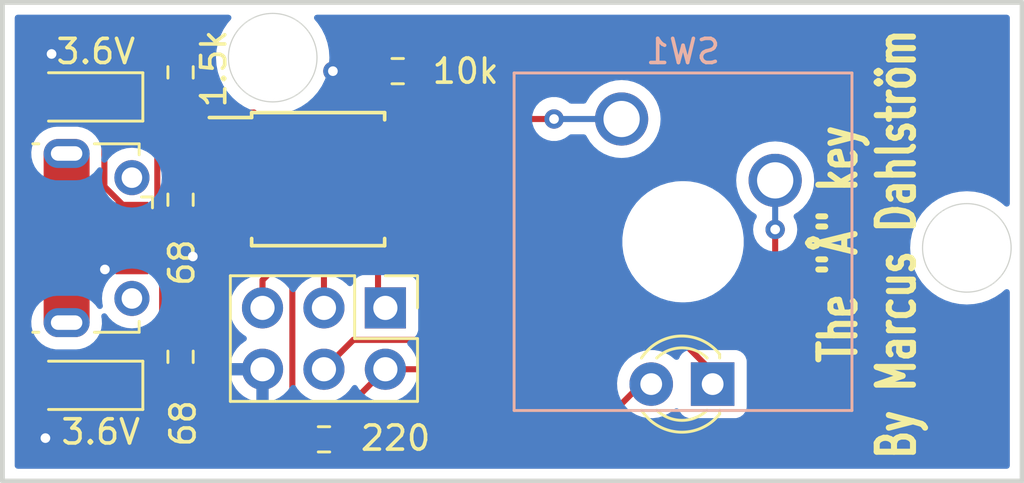
<source format=kicad_pcb>
(kicad_pcb (version 20211014) (generator pcbnew)
  (layers (0 "F.Cu" signal) (31 "B.Cu" signal) (34 "B.Paste" user) (35 "F.Paste" user) (36 "B.SilkS" user "B.Silkscreen") (37 "F.SilkS" user "F.Silkscreen") (38 "B.Mask" user) (39 "F.Mask" user) (44 "Edge.Cuts" user))
  (net 0 "")
  (net 1 "VCC")
  (net 2 "Net-(1.5k1-Pad2)")
  (net 3 "SCK")
  (net 4 "GND")
  (net 5 "Net-(220ohm1-Pad1)")
  (net 6 "Net-(3.6V1-Pad1)")
  (net 7 "Net-(68ohm1-Pad2)")
  (net 8 "Net-(68ohm2-Pad2)")
  (net 9 "Net-(J1-Pad6)")
  (net 10 "Net-(J1-Pad4)")
  (net 11 "MISO")
  (net 12 "MOSI")
  (net 13 "RESET")
  (footprint "Resistor_SMD:R_0603_1608Metric" (layer "F.Cu") (at 117.1834 88.4428)
    (fp_text reference "10k" (at 2.8062 0) (layer "F.SilkS"))
    (fp_text value "R_Small" hide)
    (fp_line (start -0.237258 -0.5225) (end 0.237258 -0.5225) (layer "F.SilkS") (width 0.12))
    (fp_line (start -0.237258 0.5225) (end 0.237258 0.5225) (layer "F.SilkS") (width 0.12))
    (pad "1" smd roundrect locked (at -0.825 0) (size 0.8 0.95) (layers "F.Cu" "F.Paste" "F.Mask") (net 4 "GND"))
    (pad "2" smd roundrect locked (at 0.825 0) (size 0.8 0.95) (layers "F.Cu" "F.Paste" "F.Mask") (net 3 "SCK"))
  )
  (footprint "Resistor_SMD:R_0603_1608Metric" (layer "F.Cu") (at 114.1354 103.6828 180)
    (fp_text reference "220" (at -2.9586 0.0508) (layer "F.SilkS"))
    (fp_text value "R_Small" hide)
    (fp_line (start -0.237258 0.5225) (end 0.237258 0.5225) (layer "F.SilkS") (width 0.12))
    (fp_line (start -0.237258 -0.5225) (end 0.237258 -0.5225) (layer "F.SilkS") (width 0.12))
    (pad "1" smd roundrect locked (at -0.825 0 180) (size 0.8 0.95) (layers "F.Cu" "F.Paste" "F.Mask") (net 5 "Net-(220ohm1-Pad1)"))
    (pad "2" smd roundrect locked (at 0.825 0 180) (size 0.8 0.95) (layers "F.Cu" "F.Paste" "F.Mask") (net 4 "GND"))
  )
  (footprint "Diode_SMD:D_SOD-123" (layer "F.Cu") (at 104.394 101.4476 180)
    (fp_text reference "3.6V" (at -0.508 -1.9304 180) (layer "F.SilkS"))
    (fp_text value "D_Zener" hide)
    (fp_line (start -2.25 -1) (end 1.65 -1) (layer "F.SilkS") (width 0.12))
    (fp_line (start -2.25 1) (end 1.65 1) (layer "F.SilkS") (width 0.12))
    (fp_line (start -2.25 -1) (end -2.25 1) (layer "F.SilkS") (width 0.12))
    (pad "1" smd rect locked (at -1.65 0 180) (size 0.9 1.2) (layers "F.Cu" "F.Paste" "F.Mask") (net 6 "Net-(3.6V1-Pad1)"))
    (pad "2" smd rect locked (at 1.65 0 180) (size 0.9 1.2) (layers "F.Cu" "F.Paste" "F.Mask") (net 4 "GND"))
  )
  (footprint "Diode_SMD:D_SOD-123" (layer "F.Cu") (at 104.394 89.5096 180)
    (fp_text reference "3.6V" (at -0.3048 1.8796) (layer "F.SilkS"))
    (fp_text value "D_Zener" hide)
    (fp_line (start -2.25 -1) (end 1.65 -1) (layer "F.SilkS") (width 0.12))
    (fp_line (start -2.25 -1) (end -2.25 1) (layer "F.SilkS") (width 0.12))
    (fp_line (start -2.25 1) (end 1.65 1) (layer "F.SilkS") (width 0.12))
    (pad "1" smd rect locked (at -1.65 0 180) (size 0.9 1.2) (layers "F.Cu" "F.Paste" "F.Mask") (net 2 "Net-(1.5k1-Pad2)"))
    (pad "2" smd rect locked (at 1.65 0 180) (size 0.9 1.2) (layers "F.Cu" "F.Paste" "F.Mask") (net 4 "GND"))
  )
  (footprint "Resistor_SMD:R_0603_1608Metric" (layer "F.Cu") (at 108.204 93.7646 90)
    (fp_text reference "68" (at -2.603 0.0508 90) (layer "F.SilkS"))
    (fp_text value "R_Small" hide)
    (fp_line (start -0.237258 0.5225) (end 0.237258 0.5225) (layer "F.SilkS") (width 0.12))
    (fp_line (start -0.237258 -0.5225) (end 0.237258 -0.5225) (layer "F.SilkS") (width 0.12))
    (pad "1" smd roundrect locked (at -0.825 0 90) (size 0.8 0.95) (layers "F.Cu" "F.Paste" "F.Mask") (net 2 "Net-(1.5k1-Pad2)"))
    (pad "2" smd roundrect locked (at 0.825 0 90) (size 0.8 0.95) (layers "F.Cu" "F.Paste" "F.Mask") (net 7 "Net-(68ohm1-Pad2)"))
  )
  (footprint "Resistor_SMD:R_0603_1608Metric" (layer "F.Cu") (at 108.204 100.267 90)
    (fp_text reference "68" (at -2.7554 0.1016 90) (layer "F.SilkS"))
    (fp_text value "R_Small" hide)
    (fp_line (start -0.237258 0.5225) (end 0.237258 0.5225) (layer "F.SilkS") (width 0.12))
    (fp_line (start -0.237258 -0.5225) (end 0.237258 -0.5225) (layer "F.SilkS") (width 0.12))
    (pad "1" smd roundrect locked (at -0.825 0 90) (size 0.8 0.95) (layers "F.Cu" "F.Paste" "F.Mask") (net 6 "Net-(3.6V1-Pad1)"))
    (pad "2" smd roundrect locked (at 0.825 0 90) (size 0.8 0.95) (layers "F.Cu" "F.Paste" "F.Mask") (net 8 "Net-(68ohm2-Pad2)"))
  )
  (footprint "LED_THT:LED_D3.0mm" (layer "F.Cu") (at 130.2054 101.3968 180)
    (fp_text reference "D1" hide)
    (fp_text value "LED" hide)
    (fp_line (start -0.29 -1.236) (end -0.29 -1.08) (layer "F.SilkS") (width 0.12))
    (fp_line (start -0.29 1.08) (end -0.29 1.236) (layer "F.SilkS") (width 0.12))
    (fp_arc (start -0.29 -1.235516) (mid 1.366487 -1.987659) (end 2.942335 -1.078608) (layer "F.SilkS") (width 0.12))
    (fp_arc (start 0.229039 -1.08) (mid 1.270117 -1.5) (end 2.31113 -1.079837) (layer "F.SilkS") (width 0.12))
    (fp_arc (start 2.942335 1.078608) (mid 1.366487 1.987659) (end -0.29 1.235516) (layer "F.SilkS") (width 0.12))
    (fp_arc (start 2.31113 1.079837) (mid 1.270117 1.5) (end 0.229039 1.08) (layer "F.SilkS") (width 0.12))
    (pad "1" thru_hole rect locked (at 0 0 180) (size 1.8 1.8) (drill 0.9) (layers *.Cu *.Mask) (net 1 "VCC"))
    (pad "2" thru_hole circle locked (at 2.54 0 180) (size 1.8 1.8) (drill 0.9) (layers *.Cu *.Mask) (net 5 "Net-(220ohm1-Pad1)"))
  )
  (footprint "Connector_USB:USB_Micro-B_Molex-105017-0001" (layer "F.Cu") (at 104.73 95.3516 -90)
    (fp_text reference "J1" hide)
    (fp_text value "USB_B_Micro" hide)
    (fp_line (start -3.9 2.6375) (end -3.9 2.3875) (layer "F.SilkS") (width 0.12))
    (fp_line (start 3.9 -1.7625) (end 3.45 -1.7625) (layer "F.SilkS") (width 0.12))
    (fp_line (start -3.9 0.0875) (end -3.9 -1.7625) (layer "F.SilkS") (width 0.12))
    (fp_line (start 3.9 0.0875) (end 3.9 -1.7625) (layer "F.SilkS") (width 0.12))
    (fp_line (start -1.7 -2.3125) (end -1.7 -1.8625) (layer "F.SilkS") (width 0.12))
    (fp_line (start -1.7 -2.3125) (end -1.25 -2.3125) (layer "F.SilkS") (width 0.12))
    (fp_line (start -3.9 -1.7625) (end -3.45 -1.7625) (layer "F.SilkS") (width 0.12))
    (fp_line (start 3.9 2.6375) (end 3.9 2.3875) (layer "F.SilkS") (width 0.12))
    (pad "1" smd rect locked (at -1.3 -1.4625 270) (size 0.4 1.35) (layers "F.Cu" "F.Paste" "F.Mask") (net 1 "VCC"))
    (pad "2" smd rect locked (at -0.65 -1.4625 270) (size 0.4 1.35) (layers "F.Cu" "F.Paste" "F.Mask") (net 2 "Net-(1.5k1-Pad2)"))
    (pad "3" smd rect locked (at 0 -1.4625 270) (size 0.4 1.35) (layers "F.Cu" "F.Paste" "F.Mask") (net 6 "Net-(3.6V1-Pad1)"))
    (pad "4" smd rect locked (at 0.65 -1.4625 270) (size 0.4 1.35) (layers "F.Cu" "F.Paste" "F.Mask") (net 10 "Net-(J1-Pad4)"))
    (pad "5" smd rect locked (at 1.3 -1.4625 270) (size 0.4 1.35) (layers "F.Cu" "F.Paste" "F.Mask") (net 4 "GND"))
    (pad "6" smd rect locked (at 2.9 1.2375 270) (size 1.2 1.9) (layers "F.Cu" "F.Mask") (net 9 "Net-(J1-Pad6)"))
    (pad "6" smd rect locked (at -1 1.2375 270) (size 1.5 1.9) (layers "F.Cu" "F.Paste" "F.Mask") (net 9 "Net-(J1-Pad6)"))
    (pad "6" thru_hole circle locked (at -2.5 -1.4625 270) (size 1.45 1.45) (drill 0.85) (layers *.Cu *.Mask) (net 9 "Net-(J1-Pad6)"))
    (pad "6" thru_hole oval locked (at 3.5 1.2375 270) (size 1.2 1.9) (drill oval 0.6 1.3) (layers *.Cu *.Mask) (net 9 "Net-(J1-Pad6)"))
    (pad "6" smd rect locked (at -2.9 1.2375 270) (size 1.2 1.9) (layers "F.Cu" "F.Mask") (net 9 "Net-(J1-Pad6)"))
    (pad "6" thru_hole oval locked (at -3.5 1.2375 90) (size 1.2 1.9) (drill oval 0.6 1.3) (layers *.Cu *.Mask) (net 9 "Net-(J1-Pad6)"))
    (pad "6" smd rect locked (at 1 1.2375 270) (size 1.5 1.9) (layers "F.Cu" "F.Paste" "F.Mask") (net 9 "Net-(J1-Pad6)"))
    (pad "6" thru_hole circle locked (at 2.5 -1.4625 270) (size 1.45 1.45) (drill 0.85) (layers *.Cu *.Mask) (net 9 "Net-(J1-Pad6)"))
  )
  (footprint "Connector_PinHeader_2.54mm:PinHeader_2x03_P2.54mm_Vertical" (layer "F.Cu") (at 116.6726 98.2422 -90)
    (fp_text reference "J2" hide)
    (fp_text value "Conn_02x03_Odd_Even" hide)
    (fp_line (start 1.27 1.27) (end 1.27 -1.33) (layer "F.SilkS") (width 0.12))
    (fp_line (start -1.33 -1.33) (end 0 -1.33) (layer "F.SilkS") (width 0.12))
    (fp_line (start 1.27 -1.33) (end 3.87 -1.33) (layer "F.SilkS") (width 0.12))
    (fp_line (start -1.33 1.27) (end -1.33 6.41) (layer "F.SilkS") (width 0.12))
    (fp_line (start -1.33 0) (end -1.33 -1.33) (layer "F.SilkS") (width 0.12))
    (fp_line (start -1.33 1.27) (end 1.27 1.27) (layer "F.SilkS") (width 0.12))
    (fp_line (start 3.87 -1.33) (end 3.87 6.41) (layer "F.SilkS") (width 0.12))
    (fp_line (start -1.33 6.41) (end 3.87 6.41) (layer "F.SilkS") (width 0.12))
    (pad "1" thru_hole rect locked (at 0 0 270) (size 1.7 1.7) (drill 1) (layers *.Cu *.Mask) (net 11 "MISO"))
    (pad "2" thru_hole oval locked (at 2.54 0 270) (size 1.7 1.7) (drill 1) (layers *.Cu *.Mask) (net 1 "VCC"))
    (pad "3" thru_hole oval locked (at 0 2.54 270) (size 1.7 1.7) (drill 1) (layers *.Cu *.Mask) (net 3 "SCK"))
    (pad "4" thru_hole oval locked (at 2.54 2.54 270) (size 1.7 1.7) (drill 1) (layers *.Cu *.Mask) (net 12 "MOSI"))
    (pad "5" thru_hole oval locked (at 0 5.08 270) (size 1.7 1.7) (drill 1) (layers *.Cu *.Mask) (net 13 "RESET"))
    (pad "6" thru_hole oval locked (at 2.54 5.08 270) (size 1.7 1.7) (drill 1) (layers *.Cu *.Mask) (net 4 "GND"))
  )
  (footprint "Package_SO:SOIJ-8_5.3x5.3mm_P1.27mm" (layer "F.Cu") (at 113.8936 92.9132)
    (fp_text reference "U1" hide)
    (fp_text value "ATtiny85-20SU" hide)
    (fp_line (start -2.75 2.755) (end -2.75 2.455) (layer "F.SilkS") (width 0.15))
    (fp_line (start -2.75 -2.55) (end -4.5 -2.55) (layer "F.SilkS") (width 0.15))
    (fp_line (start -2.75 -2.755) (end -2.75 -2.55) (layer "F.SilkS") (width 0.15))
    (fp_line (start 2.75 -2.755) (end 2.75 -2.455) (layer "F.SilkS") (width 0.15))
    (fp_line (start 2.75 2.755) (end 2.75 2.455) (layer "F.SilkS") (width 0.15))
    (fp_line (start -2.75 2.755) (end 2.75 2.755) (layer "F.SilkS") (width 0.15))
    (fp_line (start -2.75 -2.755) (end 2.75 -2.755) (layer "F.SilkS") (width 0.15))
    (pad "1" smd rect locked (at -3.65 -1.905) (size 1.7 0.65) (layers "F.Cu" "F.Paste" "F.Mask") (net 13 "RESET"))
    (pad "2" smd rect locked (at -3.65 -0.635) (size 1.7 0.65) (layers "F.Cu" "F.Paste" "F.Mask") (net 7 "Net-(68ohm1-Pad2)"))
    (pad "3" smd rect locked (at -3.65 0.635) (size 1.7 0.65) (layers "F.Cu" "F.Paste" "F.Mask") (net 8 "Net-(68ohm2-Pad2)"))
    (pad "4" smd rect locked (at -3.65 1.905) (size 1.7 0.65) (layers "F.Cu" "F.Paste" "F.Mask") (net 4 "GND"))
    (pad "5" smd rect locked (at 3.65 1.905) (size 1.7 0.65) (layers "F.Cu" "F.Paste" "F.Mask") (net 12 "MOSI"))
    (pad "6" smd rect locked (at 3.65 0.635) (size 1.7 0.65) (layers "F.Cu" "F.Paste" "F.Mask") (net 11 "MISO"))
    (pad "7" smd rect locked (at 3.65 -0.635) (size 1.7 0.65) (layers "F.Cu" "F.Paste" "F.Mask") (net 3 "SCK"))
    (pad "8" smd rect locked (at 3.65 -1.905) (size 1.7 0.65) (layers "F.Cu" "F.Paste" "F.Mask") (net 1 "VCC"))
  )
  (footprint "Resistor_SMD:R_0603_1608Metric" (layer "F.Cu") (at 108.204 88.4936 -90)
    (fp_text reference "1.5k" (at -0.1524 -1.3716 -90) (layer "F.SilkS"))
    (fp_text value "R_Small" hide)
    (fp_line (start -0.237258 -0.5225) (end 0.237258 -0.5225) (layer "F.SilkS") (width 0.12))
    (fp_line (start -0.237258 0.5225) (end 0.237258 0.5225) (layer "F.SilkS") (width 0.12))
    (pad "1" smd roundrect locked (at -0.825 0 270) (size 0.8 0.95) (layers "F.Cu" "F.Paste" "F.Mask") (net 1 "VCC"))
    (pad "2" smd roundrect locked (at 0.825 0 270) (size 0.8 0.95) (layers "F.Cu" "F.Paste" "F.Mask") (net 2 "Net-(1.5k1-Pad2)"))
  )
  (footprint "Button_Switch_Keyboard:SW_Cherry_MX_1.00u_Plate" (layer "B.Cu") (at 126.4412 90.424 180)
    (fp_text reference "SW1" (at -2.54 2.794) (layer "B.SilkS") (effects (justify mirror)))
    (fp_text value "SW_Push")
    (fp_line (start 4.445 1.905) (end 4.445 -12.065) (layer "B.SilkS") (width 0.12))
    (fp_line (start -9.525 -12.065) (end -9.525 1.905) (layer "B.SilkS") (width 0.12))
    (fp_line (start 4.445 -12.065) (end -9.525 -12.065) (layer "B.SilkS") (width 0.12))
    (fp_line (start -9.525 1.905) (end 4.445 1.905) (layer "B.SilkS") (width 0.12))
    (pad "" np_thru_hole circle locked (at -2.54 -5.08 180) (size 4 4) (drill 4) (layers *.Cu *.Mask))
    (pad "1" thru_hole circle locked (at 0 0 180) (size 2.2 2.2) (drill 1.5) (layers *.Cu *.Mask) (net 3 "SCK"))
    (pad "2" thru_hole circle locked (at -6.35 -2.54 180) (size 2.2 2.2) (drill 1.5) (layers *.Cu *.Mask) (net 1 "VCC"))
  )
  (gr_rect (start 143.002 85.598) (end 100.838 105.41) (layer "Edge.Cuts") (width 0.2) (fill none))
  (gr_circle (center 112.014 87.884) (end 110.49 86.868) (layer "Edge.Cuts") (width 0.05) (fill none))
  (gr_circle (center 140.716 95.758) (end 139.192 94.742) (layer "Edge.Cuts") (width 0.05) (fill none))
  (gr_text "The {dblquote}Å{dblquote} key\nBy Marcus Dahlström" (at 136.6012 95.6056 90) (layer "F.SilkS") (effects (font (size 1.5 1.1) (thickness 0.25))))
  (segment (start 116.6726 100.7822) (end 115.1944 102.2604) (width 0.25) (layer "F.Cu") (net 1))
  (segment (start 126.217911 99.689689) (end 129.052089 99.689689) (width 0.25) (layer "F.Cu") (net 1))
  (segment (start 129.052089 99.689689) (end 132.7912 95.950578) (width 0.25) (layer "F.Cu") (net 1))
  (segment (start 132.7912 95.950578) (end 132.7912 94.996) (width 0.25) (layer "F.Cu") (net 1))
  (segment (start 112.8268 101.6508) (end 112.8268 97.4344) (width 0.25) (layer "F.Cu") (net 1))
  (segment (start 106.1925 94.0516) (end 105.888 94.0516) (width 0.25) (layer "F.Cu") (net 1))
  (segment (start 106.2858 87.6686) (end 108.204 87.6686) (width 0.25) (layer "F.Cu") (net 1))
  (segment (start 113.2078 97.0534) (end 113.2078 91.0082) (width 0.25) (layer "F.Cu") (net 1))
  (segment (start 105.0544 88.9) (end 106.2858 87.6686) (width 0.25) (layer "F.Cu") (net 1))
  (segment (start 129.026689 99.715089) (end 129.052089 99.689689) (width 0.25) (layer "F.Cu") (net 1))
  (segment (start 105.888 94.0516) (end 105.0544 93.218) (width 0.25) (layer "F.Cu") (net 1))
  (segment (start 112.0902 91.0082) (end 113.2078 91.0082) (width 0.25) (layer "F.Cu") (net 1))
  (segment (start 125.1254 100.7822) (end 126.217911 99.689689) (width 0.25) (layer "F.Cu") (net 1))
  (segment (start 130.2512 100.9396) (end 129.026689 99.715089) (width 0.25) (layer "F.Cu") (net 1))
  (segment (start 112.8268 97.4344) (end 113.2078 97.0534) (width 0.25) (layer "F.Cu") (net 1))
  (segment (start 113.2078 91.0082) (end 117.5436 91.0082) (width 0.25) (layer "F.Cu") (net 1))
  (segment (start 110.6932 90.1578) (end 111.2398 90.1578) (width 0.25) (layer "F.Cu") (net 1))
  (segment (start 113.4364 102.2604) (end 112.8268 101.6508) (width 0.25) (layer "F.Cu") (net 1))
  (segment (start 111.2398 90.1578) (end 112.0902 91.0082) (width 0.25) (layer "F.Cu") (net 1))
  (segment (start 108.204 87.6686) (end 110.6932 90.1578) (width 0.25) (layer "F.Cu") (net 1))
  (segment (start 105.0544 93.218) (end 105.0544 88.9) (width 0.25) (layer "F.Cu") (net 1))
  (segment (start 116.6726 100.7822) (end 125.1254 100.7822) (width 0.25) (layer "F.Cu") (net 1))
  (segment (start 115.1944 102.2604) (end 113.4364 102.2604) (width 0.25) (layer "F.Cu") (net 1))
  (via (at 132.7912 94.996) (size 0.8) (drill 0.4) (layers "F.Cu" "B.Cu") (net 1))
  (segment (start 132.7912 92.964) (end 132.7912 94.996) (width 0.25) (layer "B.Cu") (net 1))
  (segment (start 107.188 89.5096) (end 107.242011 89.563611) (width 0.25) (layer "F.Cu") (net 2))
  (segment (start 108.204 94.5896) (end 107.442 94.5896) (width 0.25) (layer "F.Cu") (net 2))
  (segment (start 107.188 89.5096) (end 108.013 89.5096) (width 0.25) (layer "F.Cu") (net 2))
  (segment (start 106.3045 94.5896) (end 106.1925 94.7016) (width 0.25) (layer "F.Cu") (net 2))
  (segment (start 107.442 94.5896) (end 106.3045 94.5896) (width 0.25) (layer "F.Cu") (net 2))
  (segment (start 107.442 94.3356) (end 107.442 94.5896) (width 0.25) (layer "F.Cu") (net 2))
  (segment (start 106.044 89.5096) (end 107.188 89.5096) (width 0.25) (layer "F.Cu") (net 2))
  (segment (start 107.242011 89.563611) (end 107.242011 94.135611) (width 0.25) (layer "F.Cu") (net 2))
  (segment (start 108.013 89.5096) (end 108.204 89.3186) (width 0.25) (layer "F.Cu") (net 2))
  (segment (start 107.242011 94.135611) (end 107.442 94.3356) (width 0.25) (layer "F.Cu") (net 2))
  (segment (start 118.9736 90.424) (end 123.6472 90.424) (width 0.25) (layer "F.Cu") (net 3))
  (segment (start 118.3132 88.4428) (end 118.0084 88.4428) (width 0.25) (layer "F.Cu") (net 3))
  (segment (start 117.5436 92.2782) (end 118.3894 92.2782) (width 0.25) (layer "F.Cu") (net 3))
  (segment (start 117.5436 92.2782) (end 117.0186 92.2782) (width 0.25) (layer "F.Cu") (net 3))
  (segment (start 114.1326 95.1642) (end 114.1326 98.2422) (width 0.25) (layer "F.Cu") (net 3))
  (segment (start 118.872 90.5256) (end 118.872 89.0016) (width 0.25) (layer "F.Cu") (net 3))
  (segment (start 118.3894 92.2782) (end 118.872 91.7956) (width 0.25) (layer "F.Cu") (net 3))
  (segment (start 118.872 89.0016) (end 118.3132 88.4428) (width 0.25) (layer "F.Cu") (net 3))
  (segment (start 118.872 91.7956) (end 118.872 90.5256) (width 0.25) (layer "F.Cu") (net 3))
  (segment (start 118.872 90.5256) (end 118.9736 90.424) (width 0.25) (layer "F.Cu") (net 3))
  (segment (start 117.0186 92.2782) (end 114.1326 95.1642) (width 0.25) (layer "F.Cu") (net 3))
  (via (at 123.6472 90.424) (size 0.8) (drill 0.4) (layers "F.Cu" "B.Cu") (net 3))
  (segment (start 123.6472 90.424) (end 126.4412 90.424) (width 0.25) (layer "B.Cu") (net 3))
  (segment (start 113.3104 103.6828) (end 111.7092 103.6828) (width 0.25) (layer "F.Cu") (net 4))
  (segment (start 116.3584 88.4428) (end 114.5032 88.4428) (width 0.25) (layer "F.Cu") (net 4))
  (segment (start 110.2436 94.8182) (end 110.0074 94.8182) (width 0.25) (layer "F.Cu") (net 4))
  (segment (start 111.7092 103.6828) (end 102.4128 103.6828) (width 0.25) (layer "F.Cu") (net 4))
  (segment (start 102.744 87.8576) (end 102.87 87.7316) (width 0.25) (layer "F.Cu") (net 4))
  (segment (start 102.4128 103.6828) (end 102.362 103.632) (width 0.25) (layer "F.Cu") (net 4))
  (segment (start 102.744 101.4476) (end 102.744 103.25) (width 0.25) (layer "F.Cu") (net 4))
  (segment (start 102.744 103.25) (end 102.362 103.632) (width 0.25) (layer "F.Cu") (net 4))
  (segment (start 102.744 89.5096) (end 102.744 87.8576) (width 0.25) (layer "F.Cu") (net 4))
  (segment (start 106.1925 96.6516) (end 105.0752 96.6516) (width 0.25) (layer "F.Cu") (net 4))
  (segment (start 111.5926 103.5662) (end 111.7092 103.6828) (width 0.25) (layer "F.Cu") (net 4))
  (segment (start 111.5926 100.7822) (end 111.5926 103.5662) (width 0.25) (layer "F.Cu") (net 4))
  (segment (start 110.0074 94.8182) (end 108.712 96.1136) (width 0.25) (layer "F.Cu") (net 4))
  (via (at 114.5032 88.4428) (size 0.8) (drill 0.4) (layers "F.Cu" "B.Cu") (net 4))
  (via (at 105.0752 96.6516) (size 0.8) (drill 0.4) (layers "F.Cu" "B.Cu") (net 4))
  (via (at 102.616 103.632) (size 0.8) (drill 0.4) (layers "F.Cu" "B.Cu") (net 4))
  (via (at 102.87 87.7316) (size 0.8) (drill 0.4) (layers "F.Cu" "B.Cu") (net 4))
  (via (at 108.712 96.1136) (size 0.8) (drill 0.4) (layers "F.Cu" "B.Cu") (net 4))
  (segment (start 114.9604 103.6828) (end 124.968 103.6828) (width 0.25) (layer "F.Cu") (net 5))
  (segment (start 124.968 103.6828) (end 127.7112 100.9396) (width 0.25) (layer "F.Cu") (net 5))
  (segment (start 107.2896 101.4476) (end 107.8484 101.4476) (width 0.25) (layer "F.Cu") (net 6))
  (segment (start 107.8484 101.4476) (end 108.204 101.092) (width 0.25) (layer "F.Cu") (net 6))
  (segment (start 107.442 98.8568) (end 107.2896 99.0092) (width 0.25) (layer "F.Cu") (net 6))
  (segment (start 107.2896 101.4476) (end 107.2896 99.0092) (width 0.25) (layer "F.Cu") (net 6))
  (segment (start 107.442 95.727078) (end 107.442 98.8568) (width 0.25) (layer "F.Cu") (net 6))
  (segment (start 106.1925 95.3516) (end 107.066522 95.3516) (width 0.25) (layer "F.Cu") (net 6))
  (segment (start 107.066522 95.3516) (end 107.442 95.727078) (width 0.25) (layer "F.Cu") (net 6))
  (segment (start 106.044 101.4476) (end 107.2896 101.4476) (width 0.25) (layer "F.Cu") (net 6))
  (segment (start 110.2436 92.2782) (end 108.8654 92.2782) (width 0.25) (layer "F.Cu") (net 7))
  (segment (start 108.8654 92.2782) (end 108.204 92.9396) (width 0.25) (layer "F.Cu") (net 7))
  (segment (start 111.76 95.3516) (end 111.76 94.5396) (width 0.25) (layer "F.Cu") (net 8))
  (segment (start 110.7686 93.5482) (end 110.2436 93.5482) (width 0.25) (layer "F.Cu") (net 8))
  (segment (start 111.76 94.5396) (end 110.7686 93.5482) (width 0.25) (layer "F.Cu") (net 8))
  (segment (start 108.204 99.442) (end 108.204 98.9076) (width 0.25) (layer "F.Cu") (net 8))
  (segment (start 108.204 98.9076) (end 111.76 95.3516) (width 0.25) (layer "F.Cu") (net 8))
  (segment (start 116.369089 93.790511) (end 116.369089 97.938689) (width 0.25) (layer "F.Cu") (net 11))
  (segment (start 116.6114 93.5482) (end 116.369089 93.790511) (width 0.25) (layer "F.Cu") (net 11))
  (segment (start 117.5436 93.5482) (end 116.6114 93.5482) (width 0.25) (layer "F.Cu") (net 11))
  (segment (start 116.369089 97.938689) (end 116.6726 98.2422) (width 0.25) (layer "F.Cu") (net 11))
  (segment (start 118.872 99.06) (end 118.872 96.3676) (width 0.25) (layer "F.Cu") (net 12))
  (segment (start 114.1326 100.7822) (end 115.3468 99.568) (width 0.25) (layer "F.Cu") (net 12))
  (segment (start 115.3468 99.568) (end 118.364 99.568) (width 0.25) (layer "F.Cu") (net 12))
  (segment (start 117.5436 94.8182) (end 117.5436 95.0392) (width 0.25) (layer "F.Cu") (net 12))
  (segment (start 117.5436 95.0392) (end 118.872 96.3676) (width 0.25) (layer "F.Cu") (net 12))
  (segment (start 118.364 99.568) (end 118.872 99.06) (width 0.25) (layer "F.Cu") (net 12))
  (segment (start 111.5926 97.0938) (end 111.5926 98.2422) (width 0.25) (layer "F.Cu") (net 13))
  (segment (start 110.7686 91.0082) (end 112.522 92.7616) (width 0.25) (layer "F.Cu") (net 13))
  (segment (start 112.522 96.1644) (end 111.5926 97.0938) (width 0.25) (layer "F.Cu") (net 13))
  (segment (start 112.522 92.7616) (end 112.522 96.1644) (width 0.25) (layer "F.Cu") (net 13))
  (segment (start 110.2436 91.0082) (end 110.7686 91.0082) (width 0.25) (layer "F.Cu") (net 13))
  (zone (net 4) (net_name "GND") (layer "B.Cu") (connect_pads (clearance 0.508)) (min_thickness 0.254) (fill yes (thermal_gap 0.508) (thermal_bridge_width 0.508))
    (polygon (pts (xy 143.0528 105.3592) (xy 100.838 105.3084) (xy 100.838 85.598) (xy 143.0528 85.598)))
  )
)
</source>
